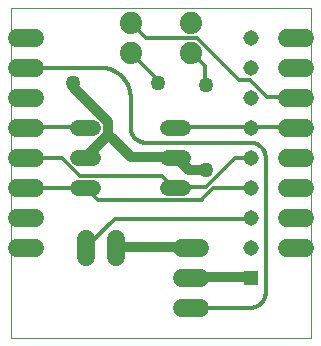
<source format=gtl>
G04 EAGLE Gerber RS-274X export*
G75*
%MOMM*%
%FSLAX34Y34*%
%LPD*%
%INTop Layer*%
%IPPOS*%
%AMOC8*
5,1,8,0,0,1.08239X$1,22.5*%
G01*
%ADD10C,0.000000*%
%ADD11C,1.879600*%
%ADD12C,1.524000*%
%ADD13C,1.260000*%
%ADD14R,1.308000X1.308000*%
%ADD15C,1.308000*%
%ADD16C,1.320800*%
%ADD17C,0.304800*%
%ADD18C,0.812800*%


D10*
X0Y0D02*
X0Y279400D01*
X254000Y279400D01*
X254000Y0D01*
X0Y0D01*
D11*
X101600Y266700D03*
X101600Y241300D03*
X152400Y266700D03*
X152400Y241300D03*
D12*
X20320Y254000D02*
X5080Y254000D01*
X5080Y228600D02*
X20320Y228600D01*
X20320Y203200D02*
X5080Y203200D01*
X5080Y177800D02*
X20320Y177800D01*
X20320Y152400D02*
X5080Y152400D01*
X5080Y127000D02*
X20320Y127000D01*
X20320Y101600D02*
X5080Y101600D01*
X5080Y76200D02*
X20320Y76200D01*
X233680Y254000D02*
X248920Y254000D01*
X248920Y228600D02*
X233680Y228600D01*
X233680Y203200D02*
X248920Y203200D01*
X248920Y177800D02*
X233680Y177800D01*
X233680Y152400D02*
X248920Y152400D01*
X248920Y127000D02*
X233680Y127000D01*
X233680Y101600D02*
X248920Y101600D01*
X248920Y76200D02*
X233680Y76200D01*
X160020Y25400D02*
X144780Y25400D01*
X144780Y50800D02*
X160020Y50800D01*
X160020Y76200D02*
X144780Y76200D01*
X63500Y68580D02*
X63500Y83820D01*
X88900Y83820D02*
X88900Y68580D01*
D13*
X165100Y141600D03*
X165100Y214000D03*
X52700Y215900D03*
X125100Y215900D03*
D14*
X203200Y50800D03*
D15*
X203200Y76200D03*
X203200Y101600D03*
X203200Y127000D03*
X203200Y152400D03*
X203200Y177800D03*
X203200Y203200D03*
X203200Y228600D03*
X203200Y254000D03*
D16*
X146304Y127000D02*
X133096Y127000D01*
X133096Y152400D02*
X146304Y152400D01*
X146304Y177800D02*
X133096Y177800D01*
X70104Y177800D02*
X56896Y177800D01*
X56896Y127000D02*
X70104Y127000D01*
X70104Y152400D02*
X56896Y152400D01*
D17*
X124587Y216027D02*
X124587Y218313D01*
X101600Y241300D01*
X124587Y216027D02*
X125100Y215900D01*
X164592Y214884D02*
X164592Y229743D01*
X153162Y241173D01*
X164592Y214884D02*
X165100Y214000D01*
X153162Y241173D02*
X152400Y241300D01*
D18*
X152019Y76581D02*
X89154Y76581D01*
X88900Y76200D01*
X150876Y141732D02*
X164592Y141732D01*
X150876Y141732D02*
X140589Y152019D01*
X164592Y141732D02*
X165100Y141600D01*
X140589Y152019D02*
X139700Y152400D01*
X53721Y211455D02*
X53721Y214884D01*
X53721Y211455D02*
X82296Y182880D01*
X82296Y171450D01*
X64008Y153162D01*
X53721Y214884D02*
X52700Y215900D01*
X64008Y153162D02*
X63500Y152400D01*
X101727Y153162D02*
X136017Y153162D01*
X101727Y153162D02*
X85725Y169164D01*
X136017Y153162D02*
X139700Y152400D01*
X85725Y169164D02*
X82296Y171450D01*
X152019Y76581D02*
X152400Y76200D01*
X153162Y51435D02*
X202311Y51435D01*
X203200Y50800D01*
X153162Y51435D02*
X152400Y50800D01*
D17*
X38100Y228600D02*
X12700Y228600D01*
X38100Y228600D02*
X76200Y228600D01*
X76814Y228593D01*
X77427Y228570D01*
X78040Y228533D01*
X78651Y228481D01*
X79262Y228415D01*
X79870Y228333D01*
X80476Y228237D01*
X81080Y228127D01*
X81681Y228002D01*
X82279Y227862D01*
X82873Y227708D01*
X83463Y227539D01*
X84049Y227357D01*
X84630Y227160D01*
X85207Y226949D01*
X85778Y226725D01*
X86344Y226487D01*
X86904Y226235D01*
X87457Y225969D01*
X88004Y225691D01*
X88544Y225399D01*
X89077Y225094D01*
X89602Y224776D01*
X90120Y224446D01*
X90629Y224104D01*
X91130Y223749D01*
X91622Y223382D01*
X92105Y223004D01*
X92579Y222614D01*
X93043Y222212D01*
X93498Y221800D01*
X93942Y221376D01*
X94376Y220942D01*
X94800Y220498D01*
X95212Y220043D01*
X95614Y219579D01*
X96004Y219105D01*
X96382Y218622D01*
X96749Y218130D01*
X97104Y217629D01*
X97446Y217120D01*
X97776Y216602D01*
X98094Y216077D01*
X98399Y215544D01*
X98691Y215004D01*
X98969Y214457D01*
X99235Y213904D01*
X99487Y213344D01*
X99725Y212778D01*
X99949Y212207D01*
X100160Y211630D01*
X100357Y211049D01*
X100539Y210463D01*
X100708Y209873D01*
X100862Y209279D01*
X101002Y208681D01*
X101127Y208080D01*
X101237Y207476D01*
X101333Y206870D01*
X101415Y206262D01*
X101481Y205651D01*
X101533Y205040D01*
X101570Y204427D01*
X101593Y203814D01*
X101600Y203200D01*
X101600Y177800D01*
X101604Y177493D01*
X101615Y177186D01*
X101633Y176880D01*
X101659Y176574D01*
X101693Y176269D01*
X101733Y175965D01*
X101781Y175662D01*
X101837Y175360D01*
X101899Y175060D01*
X101969Y174761D01*
X102046Y174464D01*
X102130Y174168D01*
X102222Y173875D01*
X102320Y173585D01*
X102425Y173297D01*
X102538Y173011D01*
X102657Y172728D01*
X102783Y172448D01*
X102915Y172171D01*
X103055Y171898D01*
X103201Y171628D01*
X103353Y171362D01*
X103512Y171099D01*
X103677Y170840D01*
X103848Y170586D01*
X104025Y170335D01*
X104209Y170089D01*
X104398Y169847D01*
X104593Y169611D01*
X104794Y169378D01*
X105000Y169151D01*
X105212Y168929D01*
X105429Y168712D01*
X105651Y168500D01*
X105878Y168294D01*
X106111Y168093D01*
X106347Y167898D01*
X106589Y167709D01*
X106835Y167525D01*
X107086Y167348D01*
X107340Y167177D01*
X107599Y167012D01*
X107862Y166853D01*
X108128Y166701D01*
X108398Y166555D01*
X108671Y166415D01*
X108948Y166283D01*
X109228Y166157D01*
X109511Y166038D01*
X109797Y165925D01*
X110085Y165820D01*
X110375Y165722D01*
X110668Y165630D01*
X110964Y165546D01*
X111261Y165469D01*
X111560Y165399D01*
X111860Y165337D01*
X112162Y165281D01*
X112465Y165233D01*
X112769Y165193D01*
X113074Y165159D01*
X113380Y165133D01*
X113686Y165115D01*
X113993Y165104D01*
X114300Y165100D01*
X203200Y165100D01*
X203507Y165096D01*
X203814Y165085D01*
X204120Y165067D01*
X204426Y165041D01*
X204731Y165007D01*
X205035Y164967D01*
X205338Y164919D01*
X205640Y164863D01*
X205940Y164801D01*
X206239Y164731D01*
X206536Y164654D01*
X206832Y164570D01*
X207125Y164478D01*
X207415Y164380D01*
X207703Y164275D01*
X207989Y164162D01*
X208272Y164043D01*
X208552Y163917D01*
X208829Y163785D01*
X209102Y163645D01*
X209372Y163499D01*
X209638Y163347D01*
X209901Y163188D01*
X210160Y163023D01*
X210414Y162852D01*
X210665Y162675D01*
X210911Y162491D01*
X211153Y162302D01*
X211389Y162107D01*
X211622Y161906D01*
X211849Y161700D01*
X212071Y161488D01*
X212288Y161271D01*
X212500Y161049D01*
X212706Y160822D01*
X212907Y160589D01*
X213102Y160353D01*
X213291Y160111D01*
X213475Y159865D01*
X213652Y159614D01*
X213823Y159360D01*
X213988Y159101D01*
X214147Y158838D01*
X214299Y158572D01*
X214445Y158302D01*
X214585Y158029D01*
X214717Y157752D01*
X214843Y157472D01*
X214962Y157189D01*
X215075Y156903D01*
X215180Y156615D01*
X215278Y156325D01*
X215370Y156032D01*
X215454Y155736D01*
X215531Y155439D01*
X215601Y155140D01*
X215663Y154840D01*
X215719Y154538D01*
X215767Y154235D01*
X215807Y153931D01*
X215841Y153626D01*
X215867Y153320D01*
X215885Y153014D01*
X215896Y152707D01*
X215900Y152400D01*
X215900Y38100D01*
X215896Y37793D01*
X215885Y37486D01*
X215867Y37180D01*
X215841Y36874D01*
X215807Y36569D01*
X215767Y36265D01*
X215719Y35962D01*
X215663Y35660D01*
X215601Y35360D01*
X215531Y35061D01*
X215454Y34764D01*
X215370Y34468D01*
X215278Y34175D01*
X215180Y33885D01*
X215075Y33597D01*
X214962Y33311D01*
X214843Y33028D01*
X214717Y32748D01*
X214585Y32471D01*
X214445Y32198D01*
X214299Y31928D01*
X214147Y31662D01*
X213988Y31399D01*
X213823Y31140D01*
X213652Y30886D01*
X213475Y30635D01*
X213291Y30389D01*
X213102Y30147D01*
X212907Y29911D01*
X212706Y29678D01*
X212500Y29451D01*
X212288Y29229D01*
X212071Y29012D01*
X211849Y28800D01*
X211622Y28594D01*
X211389Y28393D01*
X211153Y28198D01*
X210911Y28009D01*
X210665Y27825D01*
X210414Y27648D01*
X210160Y27477D01*
X209901Y27312D01*
X209638Y27153D01*
X209372Y27001D01*
X209102Y26855D01*
X208829Y26715D01*
X208552Y26583D01*
X208272Y26457D01*
X207989Y26338D01*
X207703Y26225D01*
X207415Y26120D01*
X207125Y26022D01*
X206832Y25930D01*
X206536Y25846D01*
X206239Y25769D01*
X205940Y25699D01*
X205640Y25637D01*
X205338Y25581D01*
X205035Y25533D01*
X204731Y25493D01*
X204426Y25459D01*
X204120Y25433D01*
X203814Y25415D01*
X203507Y25404D01*
X203200Y25400D01*
X152400Y25400D01*
X217170Y203454D02*
X241173Y203454D01*
X217170Y203454D02*
X202311Y218313D01*
X193167Y218313D01*
X157734Y253746D01*
X114300Y253746D01*
X101727Y266319D01*
X241173Y203454D02*
X241300Y203200D01*
X101727Y266319D02*
X101600Y266700D01*
X203454Y178308D02*
X241173Y178308D01*
X203454Y178308D02*
X203200Y177800D01*
X241173Y178308D02*
X241300Y177800D01*
X202311Y178308D02*
X140589Y178308D01*
X139700Y177800D01*
X202311Y178308D02*
X203200Y177800D01*
X62865Y178308D02*
X13716Y178308D01*
X12700Y177800D01*
X62865Y178308D02*
X63500Y177800D01*
X171450Y126873D02*
X202311Y126873D01*
X161989Y117412D02*
X161163Y116586D01*
X161989Y117412D02*
X171450Y126873D01*
X74295Y116586D02*
X64008Y126873D01*
X202311Y126873D02*
X203200Y127000D01*
X64008Y126873D02*
X63500Y127000D01*
X62865Y126873D02*
X13716Y126873D01*
X12700Y127000D01*
X62865Y126873D02*
X63500Y127000D01*
X74295Y116586D02*
X161163Y116586D01*
X161219Y116588D01*
X161275Y116594D01*
X161331Y116603D01*
X161386Y116617D01*
X161440Y116634D01*
X161492Y116654D01*
X161543Y116679D01*
X161592Y116706D01*
X161639Y116737D01*
X161684Y116771D01*
X161727Y116808D01*
X161767Y116848D01*
X161804Y116891D01*
X161838Y116936D01*
X161869Y116983D01*
X161896Y117032D01*
X161921Y117083D01*
X161941Y117135D01*
X161958Y117189D01*
X161972Y117244D01*
X161981Y117300D01*
X161987Y117356D01*
X161989Y117412D01*
X189738Y152019D02*
X202311Y152019D01*
X189738Y152019D02*
X165735Y128016D01*
X140589Y128016D01*
X202311Y152019D02*
X203200Y152400D01*
X140589Y128016D02*
X139700Y127000D01*
X43434Y152019D02*
X13716Y152019D01*
X43434Y152019D02*
X58293Y137160D01*
X128016Y137160D01*
X138303Y126873D01*
X13716Y152019D02*
X12700Y152400D01*
X138303Y126873D02*
X139700Y127000D01*
X88011Y100584D02*
X202311Y100584D01*
X88011Y100584D02*
X64008Y76581D01*
X202311Y100584D02*
X203200Y101600D01*
X64008Y76581D02*
X63500Y76200D01*
M02*

</source>
